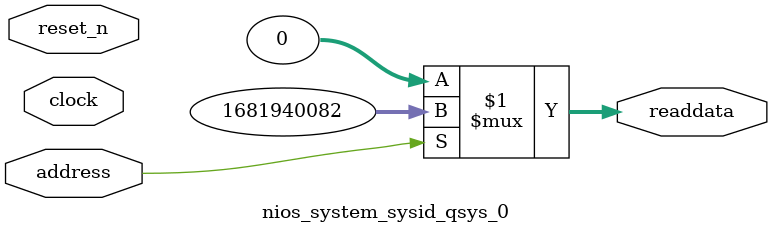
<source format=v>



// synthesis translate_off
`timescale 1ns / 1ps
// synthesis translate_on

// turn off superfluous verilog processor warnings 
// altera message_level Level1 
// altera message_off 10034 10035 10036 10037 10230 10240 10030 

module nios_system_sysid_qsys_0 (
               // inputs:
                address,
                clock,
                reset_n,

               // outputs:
                readdata
             )
;

  output  [ 31: 0] readdata;
  input            address;
  input            clock;
  input            reset_n;

  wire    [ 31: 0] readdata;
  //control_slave, which is an e_avalon_slave
  assign readdata = address ? 1681940082 : 0;

endmodule



</source>
